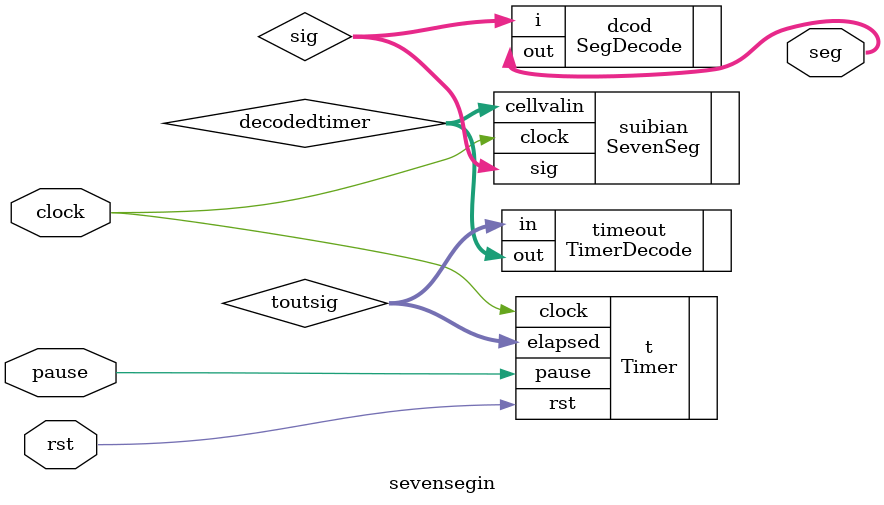
<source format=v>
module sevensegin #(
		parameter NUMCELLS =4
		)
	(
	 input rst,
	 input pause,
	 input clock, //12 mHZ
	 output [11:0] seg 
	);
wire [8 * NUMCELLS - 1:0] decodedtimer;
wire [4 * NUMCELLS - 1:0] toutsig;
wire [11:0] sig;
Timer t (.rst(rst), .pause(pause), .clock(clock), .elapsed(toutsig));
TimerDecode timeout (.in(toutsig), .out(decodedtimer));
SevenSeg suibian (.clock(clock), .cellvalin(decodedtimer), .sig(sig));

// reg [20:0] buffer = 0;
// wire [11:0] v;
// reg [11:0] r = 0;
// assign v=r;
// always @(posedge clock) begin
// 	buffer <= buffer + 1;
// end

// always @(posedge buffer[13]) begin
// 	case (buffer[15:14])
// 	2'b00: r<=12'hb64;
// 	2'b01: r<=12'h7a6;
// 	2'b10: r<=12'he6c;
// 	2'b11: r<=12'hd76;
// 	endcase
// end

// SegDecode dcod (.i(v), .out(seg));
SegDecode dcod (.i(sig), .out(seg));
endmodule

</source>
